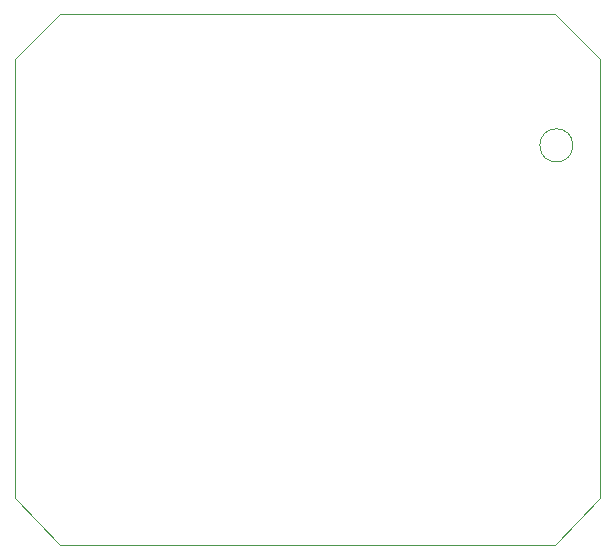
<source format=gbr>
G04 #@! TF.GenerationSoftware,KiCad,Pcbnew,(5.1.4)-1*
G04 #@! TF.CreationDate,2019-09-20T08:24:21+02:00*
G04 #@! TF.ProjectId,hb-rc-2-pbu-led,68622d72-632d-4322-9d70-62752d6c6564,rev?*
G04 #@! TF.SameCoordinates,Original*
G04 #@! TF.FileFunction,Profile,NP*
%FSLAX46Y46*%
G04 Gerber Fmt 4.6, Leading zero omitted, Abs format (unit mm)*
G04 Created by KiCad (PCBNEW (5.1.4)-1) date 2019-09-20 08:24:21*
%MOMM*%
%LPD*%
G04 APERTURE LIST*
%ADD10C,0.050000*%
G04 APERTURE END LIST*
D10*
X124714001Y-64129240D02*
G75*
G03X124714001Y-64129240I-1402761J0D01*
G01*
X77470000Y-56810000D02*
X81280000Y-53000000D01*
X81280000Y-98000000D02*
X77470000Y-94000000D01*
X123190000Y-98000000D02*
X127000000Y-94000000D01*
X123190000Y-53000000D02*
X127000000Y-56810000D01*
X77470000Y-94000000D02*
X77470000Y-56810000D01*
X123190000Y-98000000D02*
X81280000Y-98000000D01*
X127000000Y-56810000D02*
X127000000Y-94000000D01*
X81280000Y-53000000D02*
X123190000Y-53000000D01*
M02*

</source>
